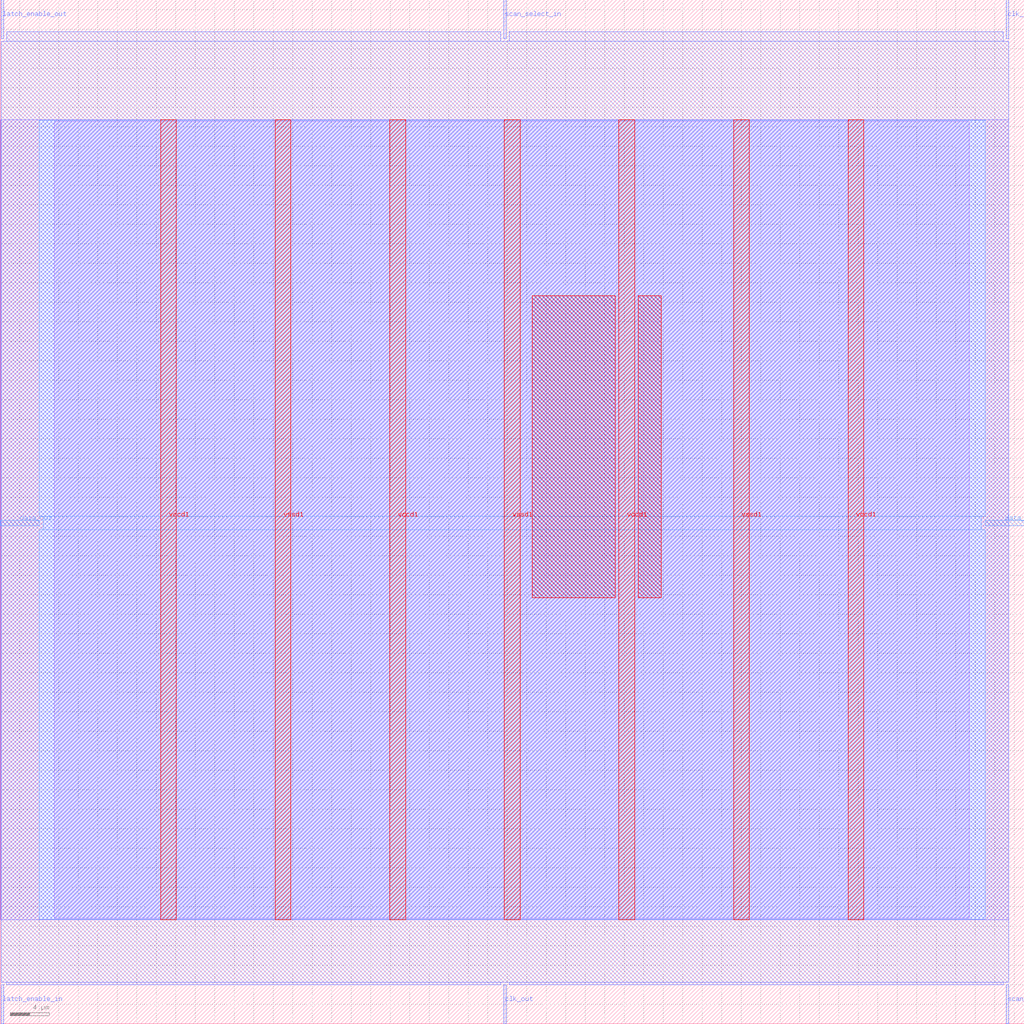
<source format=lef>
VERSION 5.7 ;
  NOWIREEXTENSIONATPIN ON ;
  DIVIDERCHAR "/" ;
  BUSBITCHARS "[]" ;
MACRO scan_wrapper_341496918381167187
  CLASS BLOCK ;
  FOREIGN scan_wrapper_341496918381167187 ;
  ORIGIN 0.000 0.000 ;
  SIZE 105.000 BY 105.000 ;
  PIN clk_in
    DIRECTION INPUT ;
    USE SIGNAL ;
    PORT
      LAYER met2 ;
        RECT 103.130 101.000 103.410 105.000 ;
    END
  END clk_in
  PIN clk_out
    DIRECTION OUTPUT TRISTATE ;
    USE SIGNAL ;
    PORT
      LAYER met2 ;
        RECT 51.610 0.000 51.890 4.000 ;
    END
  END clk_out
  PIN data_in
    DIRECTION INPUT ;
    USE SIGNAL ;
    PORT
      LAYER met3 ;
        RECT 101.000 51.040 105.000 51.640 ;
    END
  END data_in
  PIN data_out
    DIRECTION OUTPUT TRISTATE ;
    USE SIGNAL ;
    PORT
      LAYER met3 ;
        RECT 0.000 51.040 4.000 51.640 ;
    END
  END data_out
  PIN latch_enable_in
    DIRECTION INPUT ;
    USE SIGNAL ;
    PORT
      LAYER met2 ;
        RECT 0.090 0.000 0.370 4.000 ;
    END
  END latch_enable_in
  PIN latch_enable_out
    DIRECTION OUTPUT TRISTATE ;
    USE SIGNAL ;
    PORT
      LAYER met2 ;
        RECT 0.090 101.000 0.370 105.000 ;
    END
  END latch_enable_out
  PIN scan_select_in
    DIRECTION INPUT ;
    USE SIGNAL ;
    PORT
      LAYER met2 ;
        RECT 51.610 101.000 51.890 105.000 ;
    END
  END scan_select_in
  PIN scan_select_out
    DIRECTION OUTPUT TRISTATE ;
    USE SIGNAL ;
    PORT
      LAYER met2 ;
        RECT 103.130 0.000 103.410 4.000 ;
    END
  END scan_select_out
  PIN vccd1
    DIRECTION INOUT ;
    USE POWER ;
    PORT
      LAYER met4 ;
        RECT 16.465 10.640 18.065 92.720 ;
    END
    PORT
      LAYER met4 ;
        RECT 39.955 10.640 41.555 92.720 ;
    END
    PORT
      LAYER met4 ;
        RECT 63.445 10.640 65.045 92.720 ;
    END
    PORT
      LAYER met4 ;
        RECT 86.935 10.640 88.535 92.720 ;
    END
  END vccd1
  PIN vssd1
    DIRECTION INOUT ;
    USE GROUND ;
    PORT
      LAYER met4 ;
        RECT 28.210 10.640 29.810 92.720 ;
    END
    PORT
      LAYER met4 ;
        RECT 51.700 10.640 53.300 92.720 ;
    END
    PORT
      LAYER met4 ;
        RECT 75.190 10.640 76.790 92.720 ;
    END
  END vssd1
  OBS
      LAYER li1 ;
        RECT 5.520 10.795 99.360 92.565 ;
      LAYER met1 ;
        RECT 0.070 10.640 103.430 92.720 ;
      LAYER met2 ;
        RECT 0.650 100.720 51.330 101.730 ;
        RECT 52.170 100.720 102.850 101.730 ;
        RECT 0.100 4.280 103.400 100.720 ;
        RECT 0.650 4.000 51.330 4.280 ;
        RECT 52.170 4.000 102.850 4.280 ;
      LAYER met3 ;
        RECT 4.000 52.040 101.000 92.645 ;
        RECT 4.400 50.640 100.600 52.040 ;
        RECT 4.000 10.715 101.000 50.640 ;
      LAYER met4 ;
        RECT 54.575 43.695 63.045 74.625 ;
        RECT 65.445 43.695 67.785 74.625 ;
  END
END scan_wrapper_341496918381167187
END LIBRARY


</source>
